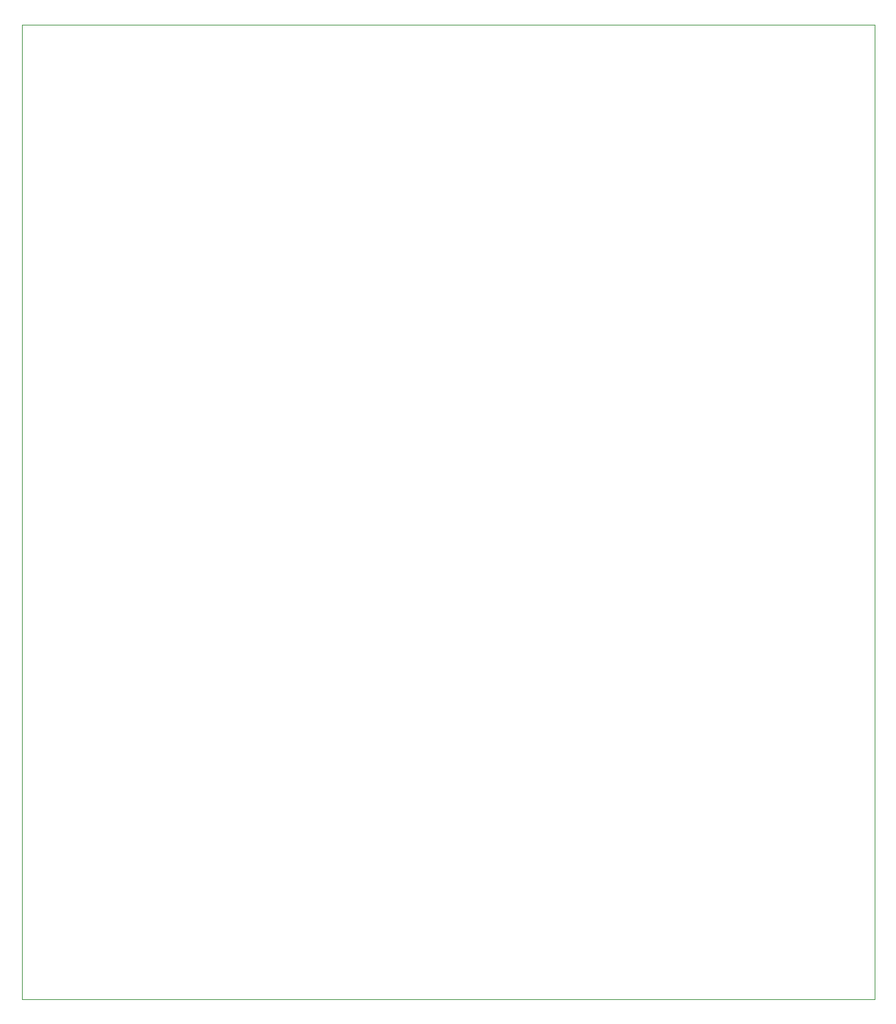
<source format=gbr>
%TF.GenerationSoftware,KiCad,Pcbnew,9.0.1-9.0.1-0~ubuntu24.04.1*%
%TF.CreationDate,2025-04-07T11:01:58-04:00*%
%TF.ProjectId,Pico_LCC,5069636f-5f4c-4434-932e-6b696361645f,4*%
%TF.SameCoordinates,Original*%
%TF.FileFunction,Other,User*%
%FSLAX46Y46*%
G04 Gerber Fmt 4.6, Leading zero omitted, Abs format (unit mm)*
G04 Created by KiCad (PCBNEW 9.0.1-9.0.1-0~ubuntu24.04.1) date 2025-04-07 11:01:58*
%MOMM*%
%LPD*%
G01*
G04 APERTURE LIST*
%ADD10C,0.100000*%
G04 APERTURE END LIST*
D10*
X40000000Y-30000000D02*
X145000000Y-30000000D01*
X145000000Y-150000000D01*
X40000000Y-150000000D01*
X40000000Y-30000000D01*
M02*

</source>
